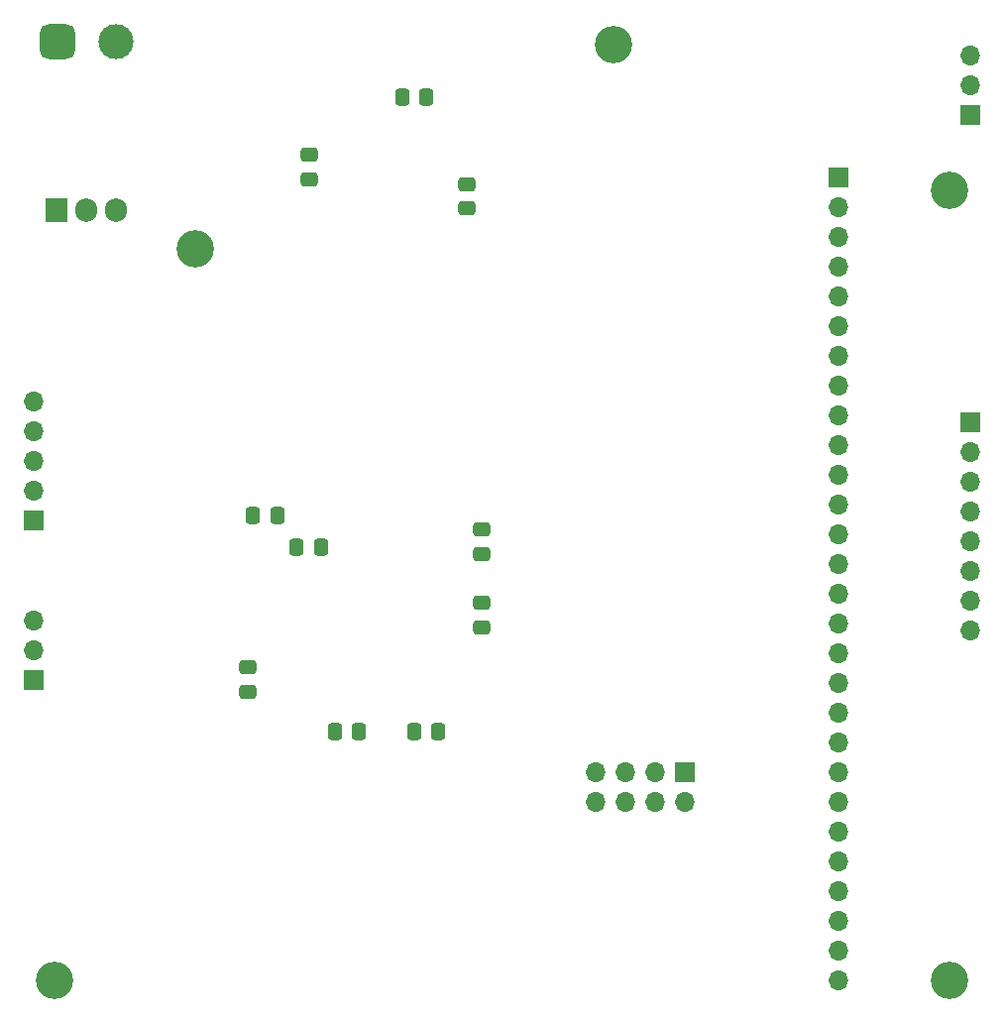
<source format=gbr>
%TF.GenerationSoftware,KiCad,Pcbnew,8.0.7*%
%TF.CreationDate,2025-04-02T17:47:29-05:00*%
%TF.ProjectId,FinalBoard,46696e61-6c42-46f6-9172-642e6b696361,rev?*%
%TF.SameCoordinates,Original*%
%TF.FileFunction,Soldermask,Bot*%
%TF.FilePolarity,Negative*%
%FSLAX46Y46*%
G04 Gerber Fmt 4.6, Leading zero omitted, Abs format (unit mm)*
G04 Created by KiCad (PCBNEW 8.0.7) date 2025-04-02 17:47:29*
%MOMM*%
%LPD*%
G01*
G04 APERTURE LIST*
G04 Aperture macros list*
%AMRoundRect*
0 Rectangle with rounded corners*
0 $1 Rounding radius*
0 $2 $3 $4 $5 $6 $7 $8 $9 X,Y pos of 4 corners*
0 Add a 4 corners polygon primitive as box body*
4,1,4,$2,$3,$4,$5,$6,$7,$8,$9,$2,$3,0*
0 Add four circle primitives for the rounded corners*
1,1,$1+$1,$2,$3*
1,1,$1+$1,$4,$5*
1,1,$1+$1,$6,$7*
1,1,$1+$1,$8,$9*
0 Add four rect primitives between the rounded corners*
20,1,$1+$1,$2,$3,$4,$5,0*
20,1,$1+$1,$4,$5,$6,$7,0*
20,1,$1+$1,$6,$7,$8,$9,0*
20,1,$1+$1,$8,$9,$2,$3,0*%
G04 Aperture macros list end*
%ADD10C,3.200000*%
%ADD11O,1.905000X2.000000*%
%ADD12R,1.905000X2.000000*%
%ADD13R,1.700000X1.700000*%
%ADD14O,1.700000X1.700000*%
%ADD15C,3.000000*%
%ADD16RoundRect,0.750000X-0.750000X-0.750000X0.750000X-0.750000X0.750000X0.750000X-0.750000X0.750000X0*%
%ADD17RoundRect,0.250000X0.337500X0.475000X-0.337500X0.475000X-0.337500X-0.475000X0.337500X-0.475000X0*%
%ADD18RoundRect,0.250000X-0.337500X-0.475000X0.337500X-0.475000X0.337500X0.475000X-0.337500X0.475000X0*%
%ADD19RoundRect,0.250000X-0.475000X0.337500X-0.475000X-0.337500X0.475000X-0.337500X0.475000X0.337500X0*%
%ADD20RoundRect,0.250000X0.475000X-0.337500X0.475000X0.337500X-0.475000X0.337500X-0.475000X-0.337500X0*%
G04 APERTURE END LIST*
D10*
%TO.C,REF\u002A\u002A*%
X167000000Y-55750000D03*
%TD*%
%TO.C,REF\u002A\u002A*%
X131250000Y-73250000D03*
%TD*%
%TO.C,REF\u002A\u002A*%
X119250000Y-135750000D03*
%TD*%
%TO.C,REF\u002A\u002A*%
X195750000Y-135750000D03*
%TD*%
%TO.C,REF\u002A\u002A*%
X195750000Y-68250000D03*
%TD*%
D11*
%TO.C,U4*%
X124540000Y-69945000D03*
X122000000Y-69945000D03*
D12*
X119460000Y-69945000D03*
%TD*%
D13*
%TO.C,J7*%
X186250000Y-67120000D03*
D14*
X186250000Y-69660000D03*
X186250000Y-72200000D03*
X186250000Y-74740000D03*
X186250000Y-77280000D03*
X186250000Y-79820000D03*
X186250000Y-82360000D03*
X186250000Y-84900000D03*
X186250000Y-87440000D03*
X186250000Y-89980000D03*
X186250000Y-92520000D03*
X186250000Y-95060000D03*
X186250000Y-97600000D03*
X186250000Y-100140000D03*
X186250000Y-102680000D03*
X186250000Y-105220000D03*
X186250000Y-107760000D03*
X186250000Y-110300000D03*
X186250000Y-112840000D03*
X186250000Y-115380000D03*
X186250000Y-117920000D03*
X186250000Y-120460000D03*
X186250000Y-123000000D03*
X186250000Y-125540000D03*
X186250000Y-128080000D03*
X186250000Y-130620000D03*
X186250000Y-133160000D03*
X186250000Y-135700000D03*
%TD*%
%TO.C,J6*%
X117500000Y-104955000D03*
X117500000Y-107495000D03*
D13*
X117500000Y-110035000D03*
%TD*%
D14*
%TO.C,J5*%
X117500000Y-86250000D03*
X117500000Y-88790000D03*
X117500000Y-91330000D03*
X117500000Y-93870000D03*
D13*
X117500000Y-96410000D03*
%TD*%
%TO.C,J4*%
X197500000Y-88000000D03*
D14*
X197500000Y-90540000D03*
X197500000Y-93080000D03*
X197500000Y-95620000D03*
X197500000Y-98160000D03*
X197500000Y-100700000D03*
X197500000Y-103240000D03*
X197500000Y-105780000D03*
%TD*%
D13*
%TO.C,J3*%
X197500000Y-61830000D03*
D14*
X197500000Y-59290000D03*
X197500000Y-56750000D03*
%TD*%
D13*
%TO.C,J2*%
X173080000Y-117960000D03*
D14*
X173080000Y-120500000D03*
X170540000Y-117960000D03*
X170540000Y-120500000D03*
X168000000Y-117960000D03*
X168000000Y-120500000D03*
X165460000Y-117960000D03*
X165460000Y-120500000D03*
%TD*%
D15*
%TO.C,J1*%
X124500000Y-55500000D03*
D16*
X119500000Y-55500000D03*
%TD*%
D17*
%TO.C,C16*%
X152037500Y-114500000D03*
X149962500Y-114500000D03*
%TD*%
%TO.C,C15*%
X145287500Y-114500000D03*
X143212500Y-114500000D03*
%TD*%
D18*
%TO.C,C14*%
X139962500Y-98750000D03*
X142037500Y-98750000D03*
%TD*%
%TO.C,C13*%
X136212500Y-96000000D03*
X138287500Y-96000000D03*
%TD*%
D19*
%TO.C,C12*%
X155750000Y-97212500D03*
X155750000Y-99287500D03*
%TD*%
%TO.C,C9*%
X155750000Y-103462500D03*
X155750000Y-105537500D03*
%TD*%
D20*
%TO.C,C8*%
X135750000Y-111037500D03*
X135750000Y-108962500D03*
%TD*%
D17*
%TO.C,C6*%
X151037500Y-60250000D03*
X148962500Y-60250000D03*
%TD*%
D19*
%TO.C,C4*%
X154500000Y-67712500D03*
X154500000Y-69787500D03*
%TD*%
%TO.C,C3*%
X141000000Y-65212500D03*
X141000000Y-67287500D03*
%TD*%
M02*

</source>
